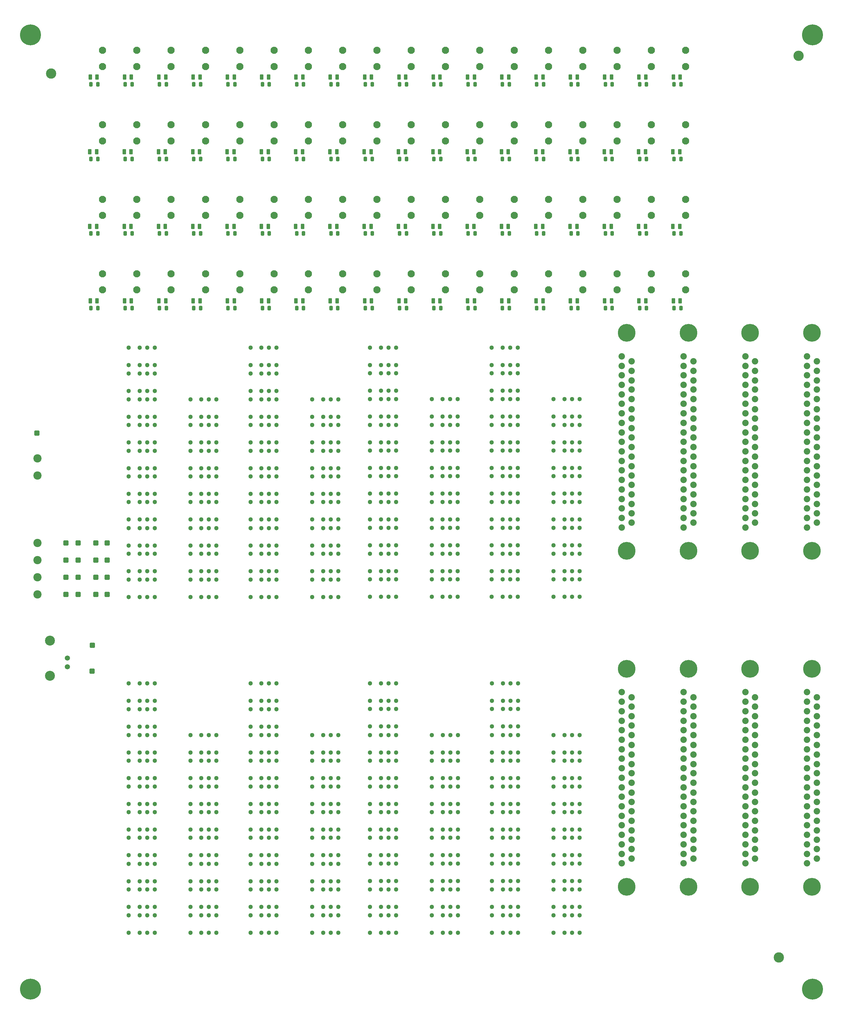
<source format=gts>
G04*
G04 #@! TF.GenerationSoftware,Altium Limited,Altium Designer,22.10.1 (41)*
G04*
G04 Layer_Color=8388736*
%FSTAX44Y44*%
%MOMM*%
G71*
G04*
G04 #@! TF.SameCoordinates,24A3EEB5-F367-497A-A3BB-2F848839041C*
G04*
G04*
G04 #@! TF.FilePolarity,Negative*
G04*
G01*
G75*
%ADD16C,3.0000*%
G04:AMPARAMS|DCode=17|XSize=1.35mm|YSize=1mm|CornerRadius=0.1625mm|HoleSize=0mm|Usage=FLASHONLY|Rotation=90.000|XOffset=0mm|YOffset=0mm|HoleType=Round|Shape=RoundedRectangle|*
%AMROUNDEDRECTD17*
21,1,1.3500,0.6750,0,0,90.0*
21,1,1.0250,1.0000,0,0,90.0*
1,1,0.3250,0.3375,0.5125*
1,1,0.3250,0.3375,-0.5125*
1,1,0.3250,-0.3375,-0.5125*
1,1,0.3250,-0.3375,0.5125*
%
%ADD17ROUNDEDRECTD17*%
G04:AMPARAMS|DCode=18|XSize=1.6mm|YSize=1.1mm|CornerRadius=0.175mm|HoleSize=0mm|Usage=FLASHONLY|Rotation=270.000|XOffset=0mm|YOffset=0mm|HoleType=Round|Shape=RoundedRectangle|*
%AMROUNDEDRECTD18*
21,1,1.6000,0.7500,0,0,270.0*
21,1,1.2500,1.1000,0,0,270.0*
1,1,0.3500,-0.3750,-0.6250*
1,1,0.3500,-0.3750,0.6250*
1,1,0.3500,0.3750,0.6250*
1,1,0.3500,0.3750,-0.6250*
%
%ADD18ROUNDEDRECTD18*%
%ADD19C,1.8780*%
%ADD20C,5.1800*%
%ADD21C,6.1000*%
%ADD22C,2.1000*%
%ADD23C,1.5000*%
%ADD24C,2.9000*%
G04:AMPARAMS|DCode=25|XSize=1.6mm|YSize=1.6mm|CornerRadius=0.425mm|HoleSize=0mm|Usage=FLASHONLY|Rotation=0.000|XOffset=0mm|YOffset=0mm|HoleType=Round|Shape=RoundedRectangle|*
%AMROUNDEDRECTD25*
21,1,1.6000,0.7500,0,0,0.0*
21,1,0.7500,1.6000,0,0,0.0*
1,1,0.8500,0.3750,-0.3750*
1,1,0.8500,-0.3750,-0.3750*
1,1,0.8500,-0.3750,0.3750*
1,1,0.8500,0.3750,0.3750*
%
%ADD25ROUNDEDRECTD25*%
%ADD26C,1.3000*%
G04:AMPARAMS|DCode=27|XSize=1.6mm|YSize=1.6mm|CornerRadius=0.425mm|HoleSize=0mm|Usage=FLASHONLY|Rotation=270.000|XOffset=0mm|YOffset=0mm|HoleType=Round|Shape=RoundedRectangle|*
%AMROUNDEDRECTD27*
21,1,1.6000,0.7500,0,0,270.0*
21,1,0.7500,1.6000,0,0,270.0*
1,1,0.8500,-0.3750,-0.3750*
1,1,0.8500,-0.3750,0.3750*
1,1,0.8500,0.3750,0.3750*
1,1,0.8500,0.3750,-0.3750*
%
%ADD27ROUNDEDRECTD27*%
%ADD28C,2.4000*%
D16*
X02242Y00152D02*
D03*
X02299Y02779D02*
D03*
X0012Y02727D02*
D03*
D17*
X01756Y02261D02*
D03*
X01736D02*
D03*
X01856D02*
D03*
X01836D02*
D03*
X01956D02*
D03*
X01936D02*
D03*
X01556D02*
D03*
X01536D02*
D03*
X01256D02*
D03*
X01236D02*
D03*
X01356D02*
D03*
X01336D02*
D03*
X01456D02*
D03*
X01436D02*
D03*
X01656D02*
D03*
X01636D02*
D03*
X01156D02*
D03*
X01136D02*
D03*
X00556D02*
D03*
X00536D02*
D03*
X00456D02*
D03*
X00436D02*
D03*
X01056D02*
D03*
X01036D02*
D03*
X00656D02*
D03*
X00636D02*
D03*
X00356D02*
D03*
X00336D02*
D03*
X00856D02*
D03*
X00836D02*
D03*
X00756D02*
D03*
X00736D02*
D03*
X00236Y02696D02*
D03*
X00256D02*
D03*
X00236Y02478D02*
D03*
X00256D02*
D03*
X00236Y02261D02*
D03*
X00256D02*
D03*
X00736Y02044D02*
D03*
X00756D02*
D03*
X00236D02*
D03*
X00256D02*
D03*
X00336Y02696D02*
D03*
X00356D02*
D03*
X00336Y02478D02*
D03*
X00356D02*
D03*
X00836Y02044D02*
D03*
X00856D02*
D03*
X00336D02*
D03*
X00356D02*
D03*
X00436Y02696D02*
D03*
X00456D02*
D03*
X00436Y02478D02*
D03*
X00456D02*
D03*
X00936Y02044D02*
D03*
X00956D02*
D03*
X00436D02*
D03*
X00456D02*
D03*
X00536Y02696D02*
D03*
X00556D02*
D03*
X00536Y02478D02*
D03*
X00556D02*
D03*
X01036Y02044D02*
D03*
X01056D02*
D03*
X00536D02*
D03*
X00556D02*
D03*
X00636Y02696D02*
D03*
X00656D02*
D03*
X00636Y02478D02*
D03*
X00656D02*
D03*
X01136Y02044D02*
D03*
X01156D02*
D03*
X00636D02*
D03*
X00656D02*
D03*
X00736Y02696D02*
D03*
X00756D02*
D03*
X00736Y02478D02*
D03*
X00756D02*
D03*
X00836Y02696D02*
D03*
X00856D02*
D03*
X00836Y02478D02*
D03*
X00856D02*
D03*
X00936Y02696D02*
D03*
X00956D02*
D03*
X00936Y02478D02*
D03*
X00956D02*
D03*
X00936Y02261D02*
D03*
X00956D02*
D03*
X01036Y02696D02*
D03*
X01056D02*
D03*
X01036Y02478D02*
D03*
X01056D02*
D03*
X01136Y02696D02*
D03*
X01156D02*
D03*
X01136Y02478D02*
D03*
X01156D02*
D03*
X01236Y02696D02*
D03*
X01256D02*
D03*
X01236Y02478D02*
D03*
X01256D02*
D03*
X01336Y02696D02*
D03*
X01356D02*
D03*
X01336Y02478D02*
D03*
X01356D02*
D03*
X01436Y02696D02*
D03*
X01456D02*
D03*
X01436Y02478D02*
D03*
X01456D02*
D03*
X01536Y02696D02*
D03*
X01556D02*
D03*
X01536Y02478D02*
D03*
X01556D02*
D03*
X01636Y02696D02*
D03*
X01656D02*
D03*
X01636Y02478D02*
D03*
X01656D02*
D03*
X01736Y02696D02*
D03*
X01756D02*
D03*
X01736Y02478D02*
D03*
X01756D02*
D03*
X01736Y02044D02*
D03*
X01756D02*
D03*
X01236D02*
D03*
X01256D02*
D03*
X01836Y02696D02*
D03*
X01856D02*
D03*
X01836Y02478D02*
D03*
X01856D02*
D03*
X01836Y02044D02*
D03*
X01856D02*
D03*
X01336D02*
D03*
X01356D02*
D03*
X01936Y02696D02*
D03*
X01956D02*
D03*
X01936Y02478D02*
D03*
X01956D02*
D03*
X01936Y02044D02*
D03*
X01956D02*
D03*
X01436D02*
D03*
X01456D02*
D03*
X01536D02*
D03*
X01556D02*
D03*
X01636D02*
D03*
X01656D02*
D03*
D18*
X01553Y02282D02*
D03*
X01533D02*
D03*
X01253D02*
D03*
X01233D02*
D03*
X01353D02*
D03*
X01333D02*
D03*
X01653D02*
D03*
X01633D02*
D03*
X00234Y02717D02*
D03*
X00254D02*
D03*
X00233Y02499D02*
D03*
X00253D02*
D03*
X00233Y02282D02*
D03*
X00253D02*
D03*
X00734Y02065D02*
D03*
X00754D02*
D03*
X00234D02*
D03*
X00254D02*
D03*
X00334Y02717D02*
D03*
X00354D02*
D03*
X00333Y02499D02*
D03*
X00353D02*
D03*
X00333Y02282D02*
D03*
X00353D02*
D03*
X00834Y02065D02*
D03*
X00854D02*
D03*
X00334D02*
D03*
X00354D02*
D03*
X00434Y02717D02*
D03*
X00454D02*
D03*
X00433Y02499D02*
D03*
X00453D02*
D03*
X00433Y02282D02*
D03*
X00453D02*
D03*
X00934Y02065D02*
D03*
X00954D02*
D03*
X00434D02*
D03*
X00454D02*
D03*
X00534Y02717D02*
D03*
X00554D02*
D03*
X00533Y02499D02*
D03*
X00553D02*
D03*
X00533Y02282D02*
D03*
X00553D02*
D03*
X01034Y02065D02*
D03*
X01054D02*
D03*
X00534D02*
D03*
X00554D02*
D03*
X00634Y02717D02*
D03*
X00654D02*
D03*
X00633Y02499D02*
D03*
X00653D02*
D03*
X00633Y02282D02*
D03*
X00653D02*
D03*
X01134Y02065D02*
D03*
X01154D02*
D03*
X00634D02*
D03*
X00654D02*
D03*
X00734Y02717D02*
D03*
X00754D02*
D03*
X00733Y02499D02*
D03*
X00753D02*
D03*
X00733Y02282D02*
D03*
X00753D02*
D03*
X00834Y02717D02*
D03*
X00854D02*
D03*
X00833Y02499D02*
D03*
X00853D02*
D03*
X00833Y02282D02*
D03*
X00853D02*
D03*
X00934Y02717D02*
D03*
X00954D02*
D03*
X00933Y02499D02*
D03*
X00953D02*
D03*
X00933Y02282D02*
D03*
X00953D02*
D03*
X01034Y02717D02*
D03*
X01054D02*
D03*
X01033Y02499D02*
D03*
X01053D02*
D03*
X01033Y02282D02*
D03*
X01053D02*
D03*
X01134Y02717D02*
D03*
X01154D02*
D03*
X01133Y02499D02*
D03*
X01153D02*
D03*
X01133Y02282D02*
D03*
X01153D02*
D03*
X01234Y02717D02*
D03*
X01254D02*
D03*
X01233Y02499D02*
D03*
X01253D02*
D03*
X01334Y02717D02*
D03*
X01354D02*
D03*
X01333Y02499D02*
D03*
X01353D02*
D03*
X01434Y02717D02*
D03*
X01454D02*
D03*
X01433Y02499D02*
D03*
X01453D02*
D03*
X01433Y02282D02*
D03*
X01453D02*
D03*
X01534Y02717D02*
D03*
X01554D02*
D03*
X01533Y02499D02*
D03*
X01553D02*
D03*
X01634Y02717D02*
D03*
X01654D02*
D03*
X01633Y02499D02*
D03*
X01653D02*
D03*
X01734Y02717D02*
D03*
X01754D02*
D03*
X01733Y02499D02*
D03*
X01753D02*
D03*
X01733Y02282D02*
D03*
X01753D02*
D03*
X01734Y02065D02*
D03*
X01754D02*
D03*
X01234D02*
D03*
X01254D02*
D03*
X01834Y02717D02*
D03*
X01854D02*
D03*
X01833Y02499D02*
D03*
X01853D02*
D03*
X01833Y02282D02*
D03*
X01853D02*
D03*
X01834Y02065D02*
D03*
X01854D02*
D03*
X01334D02*
D03*
X01354D02*
D03*
X01934Y02717D02*
D03*
X01954D02*
D03*
X01933Y02499D02*
D03*
X01953D02*
D03*
X01933Y02282D02*
D03*
X01953D02*
D03*
X01934Y02065D02*
D03*
X01954D02*
D03*
X01434D02*
D03*
X01454D02*
D03*
X01534D02*
D03*
X01554D02*
D03*
X01634D02*
D03*
X01654D02*
D03*
D19*
X018124Y018334D02*
D03*
Y018611D02*
D03*
Y018888D02*
D03*
Y0180645D02*
D03*
Y0177875D02*
D03*
Y016395D02*
D03*
Y016672D02*
D03*
Y0174955D02*
D03*
Y0172185D02*
D03*
Y0169415D02*
D03*
Y015287D02*
D03*
Y015564D02*
D03*
Y0161105D02*
D03*
Y0158335D02*
D03*
Y014733D02*
D03*
Y01501D02*
D03*
Y0144635D02*
D03*
Y0141865D02*
D03*
X01784Y014048D02*
D03*
Y019034D02*
D03*
Y014325D02*
D03*
Y014602D02*
D03*
Y015156D02*
D03*
Y014879D02*
D03*
Y01571D02*
D03*
Y015987D02*
D03*
Y015433D02*
D03*
Y016264D02*
D03*
Y016541D02*
D03*
Y018757D02*
D03*
Y01848D02*
D03*
Y017649D02*
D03*
Y018203D02*
D03*
Y017926D02*
D03*
Y017095D02*
D03*
Y017372D02*
D03*
Y016818D02*
D03*
X023524Y018334D02*
D03*
Y018611D02*
D03*
Y018888D02*
D03*
Y0180645D02*
D03*
Y0177875D02*
D03*
Y016395D02*
D03*
Y016672D02*
D03*
Y0174955D02*
D03*
Y0172185D02*
D03*
Y0169415D02*
D03*
Y015287D02*
D03*
Y015564D02*
D03*
Y0161105D02*
D03*
Y0158335D02*
D03*
Y014733D02*
D03*
Y01501D02*
D03*
Y0144635D02*
D03*
Y0141865D02*
D03*
X02324Y014048D02*
D03*
Y019034D02*
D03*
Y014325D02*
D03*
Y014602D02*
D03*
Y015156D02*
D03*
Y014879D02*
D03*
Y01571D02*
D03*
Y015987D02*
D03*
Y015433D02*
D03*
Y016264D02*
D03*
Y016541D02*
D03*
Y018757D02*
D03*
Y01848D02*
D03*
Y017649D02*
D03*
Y018203D02*
D03*
Y017926D02*
D03*
Y017095D02*
D03*
Y017372D02*
D03*
Y016818D02*
D03*
X021724Y0085505D02*
D03*
Y0088275D02*
D03*
Y0091045D02*
D03*
Y008281D02*
D03*
Y008004D02*
D03*
Y0066115D02*
D03*
Y0068885D02*
D03*
Y007712D02*
D03*
Y007435D02*
D03*
Y007158D02*
D03*
Y0055035D02*
D03*
Y0057805D02*
D03*
Y006327D02*
D03*
Y00605D02*
D03*
Y0049495D02*
D03*
Y0052265D02*
D03*
Y00468D02*
D03*
Y004403D02*
D03*
X02144Y0042645D02*
D03*
Y0092505D02*
D03*
Y0045415D02*
D03*
Y0048185D02*
D03*
Y0053725D02*
D03*
Y0050955D02*
D03*
Y0059265D02*
D03*
Y0062035D02*
D03*
Y0056495D02*
D03*
Y0064805D02*
D03*
Y0067575D02*
D03*
Y0089735D02*
D03*
Y0086965D02*
D03*
Y0078655D02*
D03*
Y0084195D02*
D03*
Y0081425D02*
D03*
Y0073115D02*
D03*
Y0075885D02*
D03*
Y0070345D02*
D03*
X023524Y0085505D02*
D03*
Y0088275D02*
D03*
Y0091045D02*
D03*
Y008281D02*
D03*
Y008004D02*
D03*
Y0066115D02*
D03*
Y0068885D02*
D03*
Y007712D02*
D03*
Y007435D02*
D03*
Y007158D02*
D03*
Y0055035D02*
D03*
Y0057805D02*
D03*
Y006327D02*
D03*
Y00605D02*
D03*
Y0049495D02*
D03*
Y0052265D02*
D03*
Y00468D02*
D03*
Y004403D02*
D03*
X02324Y0042645D02*
D03*
Y0092505D02*
D03*
Y0045415D02*
D03*
Y0048185D02*
D03*
Y0053725D02*
D03*
Y0050955D02*
D03*
Y0059265D02*
D03*
Y0062035D02*
D03*
Y0056495D02*
D03*
Y0064805D02*
D03*
Y0067575D02*
D03*
Y0089735D02*
D03*
Y0086965D02*
D03*
Y0078655D02*
D03*
Y0084195D02*
D03*
Y0081425D02*
D03*
Y0073115D02*
D03*
Y0075885D02*
D03*
Y0070345D02*
D03*
X02144Y016818D02*
D03*
Y017372D02*
D03*
Y017095D02*
D03*
Y017926D02*
D03*
Y018203D02*
D03*
Y017649D02*
D03*
Y01848D02*
D03*
Y018757D02*
D03*
Y016541D02*
D03*
Y016264D02*
D03*
Y015433D02*
D03*
Y015987D02*
D03*
Y01571D02*
D03*
Y014879D02*
D03*
Y015156D02*
D03*
Y014602D02*
D03*
Y014325D02*
D03*
Y019034D02*
D03*
Y014048D02*
D03*
X021724Y0141865D02*
D03*
Y0144635D02*
D03*
Y01501D02*
D03*
Y014733D02*
D03*
Y0158335D02*
D03*
Y0161105D02*
D03*
Y015564D02*
D03*
Y015287D02*
D03*
Y0169415D02*
D03*
Y0172185D02*
D03*
Y0174955D02*
D03*
Y016672D02*
D03*
Y016395D02*
D03*
Y0177875D02*
D03*
Y0180645D02*
D03*
Y018888D02*
D03*
Y018611D02*
D03*
Y018334D02*
D03*
X01964Y016818D02*
D03*
Y017372D02*
D03*
Y017095D02*
D03*
Y017926D02*
D03*
Y018203D02*
D03*
Y017649D02*
D03*
Y01848D02*
D03*
Y018757D02*
D03*
Y016541D02*
D03*
Y016264D02*
D03*
Y015433D02*
D03*
Y015987D02*
D03*
Y01571D02*
D03*
Y014879D02*
D03*
Y015156D02*
D03*
Y014602D02*
D03*
Y014325D02*
D03*
Y019034D02*
D03*
Y014048D02*
D03*
X019924Y0141865D02*
D03*
Y0144635D02*
D03*
Y01501D02*
D03*
Y014733D02*
D03*
Y0158335D02*
D03*
Y0161105D02*
D03*
Y015564D02*
D03*
Y015287D02*
D03*
Y0169415D02*
D03*
Y0172185D02*
D03*
Y0174955D02*
D03*
Y016672D02*
D03*
Y016395D02*
D03*
Y0177875D02*
D03*
Y0180645D02*
D03*
Y018888D02*
D03*
Y018611D02*
D03*
Y018334D02*
D03*
X018124Y0085505D02*
D03*
Y0088275D02*
D03*
Y0091045D02*
D03*
Y008281D02*
D03*
Y008004D02*
D03*
Y0066115D02*
D03*
Y0068885D02*
D03*
Y007712D02*
D03*
Y007435D02*
D03*
Y007158D02*
D03*
Y0055035D02*
D03*
Y0057805D02*
D03*
Y006327D02*
D03*
Y00605D02*
D03*
Y0049495D02*
D03*
Y0052265D02*
D03*
Y00468D02*
D03*
Y004403D02*
D03*
X01784Y0042645D02*
D03*
Y0092505D02*
D03*
Y0045415D02*
D03*
Y0048185D02*
D03*
Y0053725D02*
D03*
Y0050955D02*
D03*
Y0059265D02*
D03*
Y0062035D02*
D03*
Y0056495D02*
D03*
Y0064805D02*
D03*
Y0067575D02*
D03*
Y0089735D02*
D03*
Y0086965D02*
D03*
Y0078655D02*
D03*
Y0084195D02*
D03*
Y0081425D02*
D03*
Y0073115D02*
D03*
Y0075885D02*
D03*
Y0070345D02*
D03*
X019924Y0085505D02*
D03*
Y0088275D02*
D03*
Y0091045D02*
D03*
Y008281D02*
D03*
Y008004D02*
D03*
Y0066115D02*
D03*
Y0068885D02*
D03*
Y007712D02*
D03*
Y007435D02*
D03*
Y007158D02*
D03*
Y0055035D02*
D03*
Y0057805D02*
D03*
Y006327D02*
D03*
Y00605D02*
D03*
Y0049495D02*
D03*
Y0052265D02*
D03*
Y00468D02*
D03*
Y004403D02*
D03*
X01964Y0042645D02*
D03*
Y0092505D02*
D03*
Y0045415D02*
D03*
Y0048185D02*
D03*
Y0053725D02*
D03*
Y0050955D02*
D03*
Y0059265D02*
D03*
Y0062035D02*
D03*
Y0056495D02*
D03*
Y0064805D02*
D03*
Y0067575D02*
D03*
Y0089735D02*
D03*
Y0086965D02*
D03*
Y0078655D02*
D03*
Y0084195D02*
D03*
Y0081425D02*
D03*
Y0073115D02*
D03*
Y0075885D02*
D03*
Y0070345D02*
D03*
D20*
X017982Y019716D02*
D03*
Y013366D02*
D03*
X023382Y019716D02*
D03*
Y013366D02*
D03*
X021582Y0099325D02*
D03*
Y0035825D02*
D03*
X023382Y0099325D02*
D03*
Y0035825D02*
D03*
X021582Y013366D02*
D03*
Y019716D02*
D03*
X019782Y013366D02*
D03*
Y019716D02*
D03*
X017982Y0099325D02*
D03*
Y0035825D02*
D03*
X019782Y0099325D02*
D03*
Y0035825D02*
D03*
D21*
X02340001Y02839753D02*
D03*
X00059999D02*
D03*
X0234Y0006D02*
D03*
X0006D02*
D03*
D22*
X0027Y0279475D02*
D03*
Y0274775D02*
D03*
X0157D02*
D03*
Y0279475D02*
D03*
X0117Y0274775D02*
D03*
Y0279475D02*
D03*
X0077Y0274775D02*
D03*
Y0279475D02*
D03*
X0037D02*
D03*
Y0274775D02*
D03*
X0167D02*
D03*
Y0279475D02*
D03*
X0127Y0274775D02*
D03*
Y0279475D02*
D03*
X0087Y0274775D02*
D03*
Y0279475D02*
D03*
X0047D02*
D03*
Y0274775D02*
D03*
X0177D02*
D03*
Y0279475D02*
D03*
X0137Y0274775D02*
D03*
Y0279475D02*
D03*
X0097D02*
D03*
Y0274775D02*
D03*
X0057Y0279475D02*
D03*
Y0274775D02*
D03*
X0187Y0279475D02*
D03*
Y0274775D02*
D03*
X0147D02*
D03*
Y0279475D02*
D03*
X0107D02*
D03*
Y0274775D02*
D03*
X0067D02*
D03*
Y0279475D02*
D03*
X0197D02*
D03*
Y0274775D02*
D03*
X0027Y0257775D02*
D03*
Y0253075D02*
D03*
X0157D02*
D03*
Y0257775D02*
D03*
X0117Y0253075D02*
D03*
Y0257775D02*
D03*
X0077Y0253075D02*
D03*
Y0257775D02*
D03*
X0037D02*
D03*
Y0253075D02*
D03*
X0167D02*
D03*
Y0257775D02*
D03*
X0127Y0253075D02*
D03*
Y0257775D02*
D03*
X0087Y0253075D02*
D03*
Y0257775D02*
D03*
X0047D02*
D03*
Y0253075D02*
D03*
X0177D02*
D03*
Y0257775D02*
D03*
X0137Y0253075D02*
D03*
Y0257775D02*
D03*
X0097D02*
D03*
Y0253075D02*
D03*
X0057Y0257775D02*
D03*
Y0253075D02*
D03*
X0187Y0257775D02*
D03*
Y0253075D02*
D03*
X0147D02*
D03*
Y0257775D02*
D03*
X0107D02*
D03*
Y0253075D02*
D03*
X0067D02*
D03*
Y0257775D02*
D03*
X0197D02*
D03*
Y0253075D02*
D03*
X0027Y0236075D02*
D03*
Y0231375D02*
D03*
X0157D02*
D03*
Y0236075D02*
D03*
X0117Y0231375D02*
D03*
Y0236075D02*
D03*
X0077Y0231375D02*
D03*
Y0236075D02*
D03*
X0037D02*
D03*
Y0231375D02*
D03*
X0167D02*
D03*
Y0236075D02*
D03*
X0127Y0231375D02*
D03*
Y0236075D02*
D03*
X0087Y0231375D02*
D03*
Y0236075D02*
D03*
X0047D02*
D03*
Y0231375D02*
D03*
X0177D02*
D03*
Y0236075D02*
D03*
X0137Y0231375D02*
D03*
Y0236075D02*
D03*
X0097D02*
D03*
Y0231375D02*
D03*
X0057Y0236075D02*
D03*
Y0231375D02*
D03*
X0187Y0236075D02*
D03*
Y0231375D02*
D03*
X0147D02*
D03*
Y0236075D02*
D03*
X0107D02*
D03*
Y0231375D02*
D03*
X0067D02*
D03*
Y0236075D02*
D03*
X0197D02*
D03*
Y0231375D02*
D03*
X0047Y0209675D02*
D03*
Y0214375D02*
D03*
X0187Y0209675D02*
D03*
Y0214375D02*
D03*
X0167Y0209675D02*
D03*
Y0214375D02*
D03*
X0087Y0209675D02*
D03*
Y0214375D02*
D03*
X0067Y0209675D02*
D03*
Y0214375D02*
D03*
X0197Y0209675D02*
D03*
Y0214375D02*
D03*
X0027Y0209675D02*
D03*
Y0214375D02*
D03*
X0177Y0209675D02*
D03*
Y0214375D02*
D03*
X0107D02*
D03*
Y0209675D02*
D03*
X0097Y0214375D02*
D03*
Y0209675D02*
D03*
X0077Y0214375D02*
D03*
Y0209675D02*
D03*
X0157Y0214375D02*
D03*
Y0209675D02*
D03*
X0147Y0214375D02*
D03*
Y0209675D02*
D03*
X0057Y0214375D02*
D03*
Y0209675D02*
D03*
X0137Y0214375D02*
D03*
Y0209675D02*
D03*
X0127Y0214375D02*
D03*
Y0209675D02*
D03*
X0037Y0214375D02*
D03*
Y0209675D02*
D03*
X0117Y0214375D02*
D03*
Y0209675D02*
D03*
D23*
X0016745Y0102405D02*
D03*
Y0099865D02*
D03*
D24*
X0011635Y0107485D02*
D03*
X0011625Y0097275D02*
D03*
D25*
X00239118Y0098675D02*
D03*
X00240243Y0106135D02*
D03*
X00283396Y0131D02*
D03*
X00250024Y0121D02*
D03*
X00198396D02*
D03*
X00163396Y0131D02*
D03*
Y0126D02*
D03*
Y0121D02*
D03*
X00198396Y0126D02*
D03*
X00250024D02*
D03*
X00283396Y0121D02*
D03*
Y0126D02*
D03*
D26*
X01049502Y01203D02*
D03*
Y012538D02*
D03*
X01081502D02*
D03*
Y01203D02*
D03*
X01103502Y012538D02*
D03*
Y01203D02*
D03*
X01125502Y012538D02*
D03*
Y01203D02*
D03*
X01049502Y01278D02*
D03*
Y013288D02*
D03*
X01081502D02*
D03*
Y01278D02*
D03*
X01103502Y013288D02*
D03*
Y01278D02*
D03*
X01125502Y013288D02*
D03*
Y01278D02*
D03*
X01049502Y01353D02*
D03*
Y014038D02*
D03*
X01081502D02*
D03*
Y01353D02*
D03*
X01103502Y014038D02*
D03*
Y01353D02*
D03*
X01125502Y014038D02*
D03*
Y01353D02*
D03*
X01049502Y014284D02*
D03*
Y014792D02*
D03*
X01081502D02*
D03*
Y014284D02*
D03*
X01103502Y014792D02*
D03*
Y014284D02*
D03*
X01125502Y014792D02*
D03*
Y014284D02*
D03*
X01049502Y015034D02*
D03*
Y015542D02*
D03*
X01081502D02*
D03*
Y015034D02*
D03*
X01103502Y015542D02*
D03*
Y015034D02*
D03*
X01125502Y015542D02*
D03*
Y015034D02*
D03*
X01049502Y01578D02*
D03*
Y016288D02*
D03*
X01081502D02*
D03*
Y01578D02*
D03*
X01103502Y016288D02*
D03*
Y01578D02*
D03*
X01125502Y016288D02*
D03*
Y01578D02*
D03*
X01049502Y01653D02*
D03*
Y017038D02*
D03*
X01081502D02*
D03*
Y01653D02*
D03*
X01103502Y017038D02*
D03*
Y01653D02*
D03*
X01125502Y017038D02*
D03*
Y01653D02*
D03*
X01049502Y01728D02*
D03*
Y017788D02*
D03*
X01081502D02*
D03*
Y01728D02*
D03*
X01103502Y017788D02*
D03*
Y01728D02*
D03*
X01125502Y017788D02*
D03*
Y01728D02*
D03*
X01049502Y018034D02*
D03*
Y018542D02*
D03*
X01081502D02*
D03*
Y018034D02*
D03*
X01103502Y018542D02*
D03*
Y018034D02*
D03*
X01125502Y018542D02*
D03*
Y018034D02*
D03*
X01049502Y01878D02*
D03*
Y019288D02*
D03*
X01081502D02*
D03*
Y01878D02*
D03*
X01103502Y019288D02*
D03*
Y01878D02*
D03*
X01125502Y019288D02*
D03*
Y01878D02*
D03*
X00422Y012025D02*
D03*
Y012533D02*
D03*
X004Y012025D02*
D03*
Y012533D02*
D03*
X00378Y012025D02*
D03*
Y012533D02*
D03*
X00346001D02*
D03*
Y012025D02*
D03*
X00422Y012775D02*
D03*
Y013283D02*
D03*
X004Y012775D02*
D03*
Y013283D02*
D03*
X00378Y012775D02*
D03*
Y013283D02*
D03*
X00346001D02*
D03*
Y012775D02*
D03*
X00422Y013525D02*
D03*
Y014033D02*
D03*
X004Y013525D02*
D03*
Y014033D02*
D03*
X00378Y013525D02*
D03*
Y014033D02*
D03*
X00346001D02*
D03*
Y013525D02*
D03*
X00422Y014279D02*
D03*
Y014787D02*
D03*
X004Y014279D02*
D03*
Y014787D02*
D03*
X00378Y014279D02*
D03*
Y014787D02*
D03*
X00346001D02*
D03*
Y014279D02*
D03*
X00422Y015029D02*
D03*
Y015537D02*
D03*
X004Y015029D02*
D03*
Y015537D02*
D03*
X00378Y015029D02*
D03*
Y015537D02*
D03*
X00346001D02*
D03*
Y015029D02*
D03*
X00422Y015775D02*
D03*
Y016283D02*
D03*
X004Y015775D02*
D03*
Y016283D02*
D03*
X00378Y015775D02*
D03*
Y016283D02*
D03*
X00346001D02*
D03*
Y015775D02*
D03*
X00422Y016525D02*
D03*
Y017033D02*
D03*
X004Y016525D02*
D03*
Y017033D02*
D03*
X00378Y016525D02*
D03*
Y017033D02*
D03*
X00346001D02*
D03*
Y016525D02*
D03*
X00422Y018775D02*
D03*
Y019283D02*
D03*
X004Y018775D02*
D03*
Y019283D02*
D03*
X00378Y018775D02*
D03*
Y019283D02*
D03*
X00346001D02*
D03*
Y018775D02*
D03*
Y018029D02*
D03*
Y018537D02*
D03*
X00378D02*
D03*
Y018029D02*
D03*
X004Y018537D02*
D03*
Y018029D02*
D03*
X00422Y018537D02*
D03*
Y018029D02*
D03*
Y017275D02*
D03*
Y017783D02*
D03*
X004Y017275D02*
D03*
Y017783D02*
D03*
X00378Y017275D02*
D03*
Y017783D02*
D03*
X00346001D02*
D03*
Y017275D02*
D03*
X0112585Y0022465D02*
D03*
Y0027545D02*
D03*
X0110385Y0022465D02*
D03*
Y0027545D02*
D03*
X0108185Y0022465D02*
D03*
Y0027545D02*
D03*
X0104985D02*
D03*
Y0022465D02*
D03*
X0112585Y0029965D02*
D03*
Y0035045D02*
D03*
X0110385Y0029965D02*
D03*
Y0035045D02*
D03*
X0108185Y0029965D02*
D03*
Y0035045D02*
D03*
X0104985D02*
D03*
Y0029965D02*
D03*
X0112585Y0037465D02*
D03*
Y0042545D02*
D03*
X0110385Y0037465D02*
D03*
Y0042545D02*
D03*
X0108185Y0037465D02*
D03*
Y0042545D02*
D03*
X0104985D02*
D03*
Y0037465D02*
D03*
X0112585Y0045005D02*
D03*
Y0050085D02*
D03*
X0110385Y0045005D02*
D03*
Y0050085D02*
D03*
X0108185Y0045005D02*
D03*
Y0050085D02*
D03*
X0104985D02*
D03*
Y0045005D02*
D03*
X0112585Y0052505D02*
D03*
Y0057585D02*
D03*
X0110385Y0052505D02*
D03*
Y0057585D02*
D03*
X0108185Y0052505D02*
D03*
Y0057585D02*
D03*
X0104985D02*
D03*
Y0052505D02*
D03*
X0112585Y0059965D02*
D03*
Y0065045D02*
D03*
X0110385Y0059965D02*
D03*
Y0065045D02*
D03*
X0108185Y0059965D02*
D03*
Y0065045D02*
D03*
X0104985D02*
D03*
Y0059965D02*
D03*
X0112585Y0067465D02*
D03*
Y0072545D02*
D03*
X0110385Y0067465D02*
D03*
Y0072545D02*
D03*
X0108185Y0067465D02*
D03*
Y0072545D02*
D03*
X0104985D02*
D03*
Y0067465D02*
D03*
X0112585Y0074965D02*
D03*
Y0080045D02*
D03*
X0110385Y0074965D02*
D03*
Y0080045D02*
D03*
X0108185Y0074965D02*
D03*
Y0080045D02*
D03*
X0104985D02*
D03*
Y0074965D02*
D03*
X0112585Y0082505D02*
D03*
Y0087585D02*
D03*
X0110385Y0082505D02*
D03*
Y0087585D02*
D03*
X0108185Y0082505D02*
D03*
Y0087585D02*
D03*
X0104985D02*
D03*
Y0082505D02*
D03*
X0112585Y0089965D02*
D03*
Y0095045D02*
D03*
X0110385Y0089965D02*
D03*
Y0095045D02*
D03*
X0108185Y0089965D02*
D03*
Y0095045D02*
D03*
X0104985D02*
D03*
Y0089965D02*
D03*
X00346Y008996D02*
D03*
Y009504D02*
D03*
X00378D02*
D03*
Y008996D02*
D03*
X004Y009504D02*
D03*
Y008996D02*
D03*
X00422Y009504D02*
D03*
Y008996D02*
D03*
X00346Y00825D02*
D03*
Y008758D02*
D03*
X00378D02*
D03*
Y00825D02*
D03*
X004Y008758D02*
D03*
Y00825D02*
D03*
X00422Y008758D02*
D03*
Y00825D02*
D03*
X00346Y007496D02*
D03*
Y008004D02*
D03*
X00378D02*
D03*
Y007496D02*
D03*
X004Y008004D02*
D03*
Y007496D02*
D03*
X00422Y008004D02*
D03*
Y007496D02*
D03*
X00346Y006746D02*
D03*
Y007254D02*
D03*
X00378D02*
D03*
Y006746D02*
D03*
X004Y007254D02*
D03*
Y006746D02*
D03*
X00422Y007254D02*
D03*
Y006746D02*
D03*
X00346Y005996D02*
D03*
Y006504D02*
D03*
X00378D02*
D03*
Y005996D02*
D03*
X004Y006504D02*
D03*
Y005996D02*
D03*
X00422Y006504D02*
D03*
Y005996D02*
D03*
X00346Y00525D02*
D03*
Y005758D02*
D03*
X00378D02*
D03*
Y00525D02*
D03*
X004Y005758D02*
D03*
Y00525D02*
D03*
X00422Y005758D02*
D03*
Y00525D02*
D03*
X00346Y0045D02*
D03*
Y005008D02*
D03*
X00378D02*
D03*
Y0045D02*
D03*
X004Y005008D02*
D03*
Y0045D02*
D03*
X00422Y005008D02*
D03*
Y0045D02*
D03*
X00346Y003746D02*
D03*
Y004254D02*
D03*
X00378D02*
D03*
Y003746D02*
D03*
X004Y004254D02*
D03*
Y003746D02*
D03*
X00422Y004254D02*
D03*
Y003746D02*
D03*
X00346Y002996D02*
D03*
Y003504D02*
D03*
X00378D02*
D03*
Y002996D02*
D03*
X004Y003504D02*
D03*
Y002996D02*
D03*
X00422Y003504D02*
D03*
Y002996D02*
D03*
X00346Y002246D02*
D03*
Y002754D02*
D03*
X00378D02*
D03*
Y002246D02*
D03*
X004Y002754D02*
D03*
Y002246D02*
D03*
X00422Y002754D02*
D03*
Y002246D02*
D03*
X01404751Y01878D02*
D03*
Y019288D02*
D03*
X01436752D02*
D03*
Y01878D02*
D03*
X01458752Y019288D02*
D03*
Y01878D02*
D03*
X01480752Y019288D02*
D03*
Y01878D02*
D03*
X0095725Y012025D02*
D03*
Y012533D02*
D03*
X0093525Y012025D02*
D03*
Y012533D02*
D03*
X0091325Y012025D02*
D03*
Y012533D02*
D03*
X0088125D02*
D03*
Y012025D02*
D03*
X0095725Y012775D02*
D03*
Y013283D02*
D03*
X0093525Y012775D02*
D03*
Y013283D02*
D03*
X0091325Y012775D02*
D03*
Y013283D02*
D03*
X00881251D02*
D03*
Y012775D02*
D03*
X0095725Y013525D02*
D03*
Y014033D02*
D03*
X0093525Y013525D02*
D03*
Y014033D02*
D03*
X0091325Y013525D02*
D03*
Y014033D02*
D03*
X00881251D02*
D03*
Y013525D02*
D03*
X0095725Y014279D02*
D03*
Y014787D02*
D03*
X0093525Y014279D02*
D03*
Y014787D02*
D03*
X0091325Y014279D02*
D03*
Y014787D02*
D03*
X00881251D02*
D03*
Y014279D02*
D03*
X0095725Y015029D02*
D03*
Y015537D02*
D03*
X0093525Y015029D02*
D03*
Y015537D02*
D03*
X0091325Y015029D02*
D03*
Y015537D02*
D03*
X00881251D02*
D03*
Y015029D02*
D03*
X0095725Y015775D02*
D03*
Y016283D02*
D03*
X0093525Y015775D02*
D03*
Y016283D02*
D03*
X0091325Y015775D02*
D03*
Y016283D02*
D03*
X00881251D02*
D03*
Y015775D02*
D03*
X0095725Y01652501D02*
D03*
Y01703301D02*
D03*
X0093525Y01652501D02*
D03*
Y01703301D02*
D03*
X0091325Y01652501D02*
D03*
Y01703301D02*
D03*
X00881251D02*
D03*
Y01652501D02*
D03*
X0095725Y017275D02*
D03*
Y017783D02*
D03*
X0093525Y017275D02*
D03*
Y017783D02*
D03*
X0091325Y017275D02*
D03*
Y017783D02*
D03*
X00881251D02*
D03*
Y017275D02*
D03*
X0070125Y017275D02*
D03*
Y017783D02*
D03*
X0073325D02*
D03*
Y017275D02*
D03*
X0075525Y017783D02*
D03*
Y017275D02*
D03*
X0077725Y017783D02*
D03*
Y017275D02*
D03*
X0070125Y014279D02*
D03*
Y014787D02*
D03*
X0073325D02*
D03*
Y014279D02*
D03*
X0075525Y014787D02*
D03*
Y014279D02*
D03*
X0077725Y014787D02*
D03*
Y014279D02*
D03*
X0070125Y018775D02*
D03*
Y019283D02*
D03*
X0073325D02*
D03*
Y018775D02*
D03*
X0075525Y019283D02*
D03*
Y018775D02*
D03*
X0077725Y019283D02*
D03*
Y018775D02*
D03*
X0070125Y015775D02*
D03*
Y016283D02*
D03*
X0073325D02*
D03*
Y015775D02*
D03*
X0075525Y016283D02*
D03*
Y015775D02*
D03*
X0077725Y016283D02*
D03*
Y015775D02*
D03*
X0070125Y012775D02*
D03*
Y013283D02*
D03*
X0073325D02*
D03*
Y012775D02*
D03*
X0075525Y013283D02*
D03*
Y012775D02*
D03*
X0077725Y013283D02*
D03*
Y012775D02*
D03*
X0070125Y01652501D02*
D03*
Y01703301D02*
D03*
X0073325D02*
D03*
Y01652501D02*
D03*
X0075525Y01703301D02*
D03*
Y01652501D02*
D03*
X0077725Y01703301D02*
D03*
Y01652501D02*
D03*
X0070125Y013525D02*
D03*
Y014033D02*
D03*
X0073325D02*
D03*
Y013525D02*
D03*
X0075525Y014033D02*
D03*
Y013525D02*
D03*
X0077725Y014033D02*
D03*
Y013525D02*
D03*
X0070125Y018029D02*
D03*
Y018537D02*
D03*
X0073325D02*
D03*
Y018029D02*
D03*
X0075525Y018537D02*
D03*
Y018029D02*
D03*
X0077725Y018537D02*
D03*
Y018029D02*
D03*
X0070125Y015029D02*
D03*
Y015537D02*
D03*
X0073325D02*
D03*
Y015029D02*
D03*
X0075525Y015537D02*
D03*
Y015029D02*
D03*
X0077725Y015537D02*
D03*
Y015029D02*
D03*
X0070125Y01202501D02*
D03*
Y012533D02*
D03*
X0073325D02*
D03*
Y01202501D02*
D03*
X0075525Y012533D02*
D03*
Y01202501D02*
D03*
X0077725Y012533D02*
D03*
Y01202501D02*
D03*
X0052607Y012775D02*
D03*
Y013283D02*
D03*
X0055807D02*
D03*
Y012775D02*
D03*
X0058007Y013283D02*
D03*
Y012775D02*
D03*
X0060207Y013283D02*
D03*
Y012775D02*
D03*
X0052607Y017275D02*
D03*
Y017783D02*
D03*
X0055807D02*
D03*
Y017275D02*
D03*
X0058007Y017783D02*
D03*
Y017275D02*
D03*
X0060207Y017783D02*
D03*
Y017275D02*
D03*
X0052607Y015775D02*
D03*
Y016283D02*
D03*
X0055807D02*
D03*
Y015775D02*
D03*
X0058007Y016283D02*
D03*
Y015775D02*
D03*
X0060207Y016283D02*
D03*
Y015775D02*
D03*
X0052607Y014279D02*
D03*
Y014787D02*
D03*
X0055807D02*
D03*
Y014279D02*
D03*
X0058007Y014787D02*
D03*
Y014279D02*
D03*
X0060207Y014787D02*
D03*
Y014279D02*
D03*
X0052607Y01202501D02*
D03*
Y012533D02*
D03*
X0055807D02*
D03*
Y01202501D02*
D03*
X0058007Y012533D02*
D03*
Y01202501D02*
D03*
X0060207Y012533D02*
D03*
Y01202501D02*
D03*
X0052607Y016525D02*
D03*
Y017033D02*
D03*
X0055807D02*
D03*
Y016525D02*
D03*
X0058007Y017033D02*
D03*
Y016525D02*
D03*
X0060207Y017033D02*
D03*
Y016525D02*
D03*
X0052607Y01502901D02*
D03*
Y01553701D02*
D03*
X0055807D02*
D03*
Y01502901D02*
D03*
X0058007Y01553701D02*
D03*
Y01502901D02*
D03*
X0060207Y01553701D02*
D03*
Y01502901D02*
D03*
X0052607Y013525D02*
D03*
Y014033D02*
D03*
X0055807D02*
D03*
Y013525D02*
D03*
X0058007Y014033D02*
D03*
Y013525D02*
D03*
X0060207Y014033D02*
D03*
Y013525D02*
D03*
X0095725Y002996D02*
D03*
Y003504D02*
D03*
X0093525Y002996D02*
D03*
Y003504D02*
D03*
X0091325Y002996D02*
D03*
Y003504D02*
D03*
X0088125D02*
D03*
Y002996D02*
D03*
X0077725Y007496D02*
D03*
Y008004D02*
D03*
X0075525Y007496D02*
D03*
Y008004D02*
D03*
X0073325Y007496D02*
D03*
Y008004D02*
D03*
X0070125D02*
D03*
Y007496D02*
D03*
X0077725Y0045D02*
D03*
Y005008D02*
D03*
X0075525Y0045D02*
D03*
Y005008D02*
D03*
X0073325Y0045D02*
D03*
Y005008D02*
D03*
X0070125D02*
D03*
Y0045D02*
D03*
X0095725Y007496D02*
D03*
Y008004D02*
D03*
X0093525Y007496D02*
D03*
Y008004D02*
D03*
X0091325Y007496D02*
D03*
Y008004D02*
D03*
X0088125D02*
D03*
Y007496D02*
D03*
X0095725Y005996D02*
D03*
Y006504D02*
D03*
X0093525Y005996D02*
D03*
Y006504D02*
D03*
X0091325Y005996D02*
D03*
Y006504D02*
D03*
X0088125D02*
D03*
Y005996D02*
D03*
X0095725Y0045D02*
D03*
Y005008D02*
D03*
X0093525Y0045D02*
D03*
Y005008D02*
D03*
X0091325Y0045D02*
D03*
Y005008D02*
D03*
X0088125D02*
D03*
Y0045D02*
D03*
X0077725Y008996D02*
D03*
Y009504D02*
D03*
X0075525Y008996D02*
D03*
Y009504D02*
D03*
X0073325Y008996D02*
D03*
Y009504D02*
D03*
X0070125D02*
D03*
Y008996D02*
D03*
X0077725Y005996D02*
D03*
Y006504D02*
D03*
X0075525Y005996D02*
D03*
Y006504D02*
D03*
X0073325Y005996D02*
D03*
Y006504D02*
D03*
X0070125D02*
D03*
Y005996D02*
D03*
X0077725Y002996D02*
D03*
Y003504D02*
D03*
X0075525Y002996D02*
D03*
Y003504D02*
D03*
X0073325Y002996D02*
D03*
Y003504D02*
D03*
X0070125D02*
D03*
Y002996D02*
D03*
X0095725Y002246D02*
D03*
Y002754D02*
D03*
X0093525Y002246D02*
D03*
Y002754D02*
D03*
X0091325Y002246D02*
D03*
Y002754D02*
D03*
X0088125D02*
D03*
Y002246D02*
D03*
X0077725Y006746D02*
D03*
Y007254D02*
D03*
X0075525Y006746D02*
D03*
Y007254D02*
D03*
X0073325Y006746D02*
D03*
Y007254D02*
D03*
X0070125D02*
D03*
Y006746D02*
D03*
X0077725Y003746D02*
D03*
Y004254D02*
D03*
X0075525Y003746D02*
D03*
Y004254D02*
D03*
X0073325Y003746D02*
D03*
Y004254D02*
D03*
X0070125D02*
D03*
Y003746D02*
D03*
X0095725Y006746D02*
D03*
Y007254D02*
D03*
X0093525Y006746D02*
D03*
Y007254D02*
D03*
X0091325Y006746D02*
D03*
Y007254D02*
D03*
X0088125D02*
D03*
Y006746D02*
D03*
X0095725Y00525D02*
D03*
Y005758D02*
D03*
X0093525Y00525D02*
D03*
Y005758D02*
D03*
X0091325Y00525D02*
D03*
Y005758D02*
D03*
X0088125D02*
D03*
Y00525D02*
D03*
X0095725Y003746D02*
D03*
Y004254D02*
D03*
X0093525Y003746D02*
D03*
Y004254D02*
D03*
X0091325Y003746D02*
D03*
Y004254D02*
D03*
X0088125D02*
D03*
Y003746D02*
D03*
X0077725Y00825D02*
D03*
Y008758D02*
D03*
X0075525Y00825D02*
D03*
Y008758D02*
D03*
X0073325Y00825D02*
D03*
Y008758D02*
D03*
X0070125D02*
D03*
Y00825D02*
D03*
X0077725Y00525D02*
D03*
Y005758D02*
D03*
X0075525Y00525D02*
D03*
Y005758D02*
D03*
X0073325Y00525D02*
D03*
Y005758D02*
D03*
X0070125D02*
D03*
Y00525D02*
D03*
X0077725Y002246D02*
D03*
Y002754D02*
D03*
X0075525Y002246D02*
D03*
Y002754D02*
D03*
X0073325Y002246D02*
D03*
Y002754D02*
D03*
X0070125D02*
D03*
Y002246D02*
D03*
X0060207Y002996D02*
D03*
Y003504D02*
D03*
X0058007Y002996D02*
D03*
Y003504D02*
D03*
X0055807Y002996D02*
D03*
Y003504D02*
D03*
X0052607D02*
D03*
Y002996D02*
D03*
X0060207Y007496D02*
D03*
Y008004D02*
D03*
X0058007Y007496D02*
D03*
Y008004D02*
D03*
X0055807Y007496D02*
D03*
Y008004D02*
D03*
X0052607D02*
D03*
Y007496D02*
D03*
X0060207Y005996D02*
D03*
Y006504D02*
D03*
X0058007Y005996D02*
D03*
Y006504D02*
D03*
X0055807Y005996D02*
D03*
Y006504D02*
D03*
X0052607D02*
D03*
Y005996D02*
D03*
X0060207Y0045D02*
D03*
Y005008D02*
D03*
X0058007Y0045D02*
D03*
Y005008D02*
D03*
X0055807Y0045D02*
D03*
Y005008D02*
D03*
X0052607D02*
D03*
Y0045D02*
D03*
X0060207Y002246D02*
D03*
Y002754D02*
D03*
X0058007Y002246D02*
D03*
Y002754D02*
D03*
X0055807Y002246D02*
D03*
Y002754D02*
D03*
X0052607D02*
D03*
Y002246D02*
D03*
X0060207Y006746D02*
D03*
Y007254D02*
D03*
X0058007Y006746D02*
D03*
Y007254D02*
D03*
X0055807Y006746D02*
D03*
Y007254D02*
D03*
X0052607D02*
D03*
Y006746D02*
D03*
X0060207Y00525D02*
D03*
Y005758D02*
D03*
X0058007Y00525D02*
D03*
Y005758D02*
D03*
X0055807Y00525D02*
D03*
Y005758D02*
D03*
X0052607D02*
D03*
Y00525D02*
D03*
X0060207Y003746D02*
D03*
Y004254D02*
D03*
X0058007Y003746D02*
D03*
Y004254D02*
D03*
X0055807Y003746D02*
D03*
Y004254D02*
D03*
X0052607D02*
D03*
Y003746D02*
D03*
X01480752Y01653001D02*
D03*
Y01703801D02*
D03*
X01458752Y01653001D02*
D03*
Y01703801D02*
D03*
X01436752Y01653001D02*
D03*
Y01703801D02*
D03*
X01404751D02*
D03*
Y01653001D02*
D03*
X01480752Y01728D02*
D03*
Y017788D02*
D03*
X01458752Y01728D02*
D03*
Y017788D02*
D03*
X01436752Y01728D02*
D03*
Y017788D02*
D03*
X01404751D02*
D03*
Y01728D02*
D03*
X01480752Y018034D02*
D03*
Y018542D02*
D03*
X01458752Y018034D02*
D03*
Y018542D02*
D03*
X01436752Y018034D02*
D03*
Y018542D02*
D03*
X01404751D02*
D03*
Y018034D02*
D03*
X01305572Y01728D02*
D03*
Y01778801D02*
D03*
X01283572Y01728D02*
D03*
Y01778801D02*
D03*
X01261572Y01728D02*
D03*
Y01778801D02*
D03*
X01229572D02*
D03*
Y01728D02*
D03*
X01305572Y01653D02*
D03*
Y017038D02*
D03*
X01283572Y01653D02*
D03*
Y017038D02*
D03*
X01261572Y01653D02*
D03*
Y017038D02*
D03*
X01229572D02*
D03*
Y01653D02*
D03*
X01660752Y01728D02*
D03*
Y01778801D02*
D03*
X01638752Y01728D02*
D03*
Y01778801D02*
D03*
X01616752Y01728D02*
D03*
Y01778801D02*
D03*
X01584752D02*
D03*
Y01728D02*
D03*
X01660752Y01653001D02*
D03*
Y01703801D02*
D03*
X01638752Y01653001D02*
D03*
Y01703801D02*
D03*
X01616752Y01653001D02*
D03*
Y01703801D02*
D03*
X01584752D02*
D03*
Y01653001D02*
D03*
X01305572Y01503401D02*
D03*
Y015542D02*
D03*
X01283572Y01503401D02*
D03*
Y015542D02*
D03*
X01261572Y01503401D02*
D03*
Y015542D02*
D03*
X01229572D02*
D03*
Y01503401D02*
D03*
X01305572Y014284D02*
D03*
Y014792D02*
D03*
X01283572Y014284D02*
D03*
Y014792D02*
D03*
X01261572Y014284D02*
D03*
Y014792D02*
D03*
X01229572D02*
D03*
Y014284D02*
D03*
X01480752Y015034D02*
D03*
Y015542D02*
D03*
X01458752Y015034D02*
D03*
Y015542D02*
D03*
X01436752Y015034D02*
D03*
Y015542D02*
D03*
X01404751D02*
D03*
Y015034D02*
D03*
X01480752Y014284D02*
D03*
Y014792D02*
D03*
X01458752Y014284D02*
D03*
Y014792D02*
D03*
X01436752Y014284D02*
D03*
Y014792D02*
D03*
X01404751D02*
D03*
Y014284D02*
D03*
X01305572Y01353D02*
D03*
Y014038D02*
D03*
X01283572Y01353D02*
D03*
Y014038D02*
D03*
X01261572Y01353D02*
D03*
Y014038D02*
D03*
X01229572D02*
D03*
Y01353D02*
D03*
X01480752Y01578D02*
D03*
Y016288D02*
D03*
X01458752Y01578D02*
D03*
Y016288D02*
D03*
X01436752Y01578D02*
D03*
Y016288D02*
D03*
X01404751D02*
D03*
Y01578D02*
D03*
X01305572Y01578D02*
D03*
Y016288D02*
D03*
X01283572Y01578D02*
D03*
Y016288D02*
D03*
X01261572Y01578D02*
D03*
Y016288D02*
D03*
X01229572D02*
D03*
Y01578D02*
D03*
X01660752Y014284D02*
D03*
Y014792D02*
D03*
X01638752Y014284D02*
D03*
Y014792D02*
D03*
X01616752Y014284D02*
D03*
Y014792D02*
D03*
X01584752D02*
D03*
Y014284D02*
D03*
X01480752Y01353D02*
D03*
Y014038D02*
D03*
X01458752Y01353D02*
D03*
Y014038D02*
D03*
X01436752Y01353D02*
D03*
Y014038D02*
D03*
X01404751D02*
D03*
Y01353D02*
D03*
X01660752Y01353D02*
D03*
Y014038D02*
D03*
X01638752Y01353D02*
D03*
Y014038D02*
D03*
X01616752Y01353D02*
D03*
Y014038D02*
D03*
X01584752D02*
D03*
Y01353D02*
D03*
X01660752Y01578D02*
D03*
Y016288D02*
D03*
X01638752Y01578D02*
D03*
Y016288D02*
D03*
X01616752Y01578D02*
D03*
Y016288D02*
D03*
X01584752D02*
D03*
Y01578D02*
D03*
X01660752Y015034D02*
D03*
Y015542D02*
D03*
X01638752Y015034D02*
D03*
Y015542D02*
D03*
X01616752Y015034D02*
D03*
Y015542D02*
D03*
X01584752D02*
D03*
Y015034D02*
D03*
X01305572Y01203D02*
D03*
Y01253801D02*
D03*
X01283572Y01203D02*
D03*
Y01253801D02*
D03*
X01261572Y01203D02*
D03*
Y01253801D02*
D03*
X01229572D02*
D03*
Y01203D02*
D03*
X01480752D02*
D03*
Y01253801D02*
D03*
X01458752Y01203D02*
D03*
Y01253801D02*
D03*
X01436752Y01203D02*
D03*
Y01253801D02*
D03*
X01404751D02*
D03*
Y01203D02*
D03*
X01660752Y01203D02*
D03*
Y012538D02*
D03*
X01638752Y01203D02*
D03*
Y012538D02*
D03*
X01616752Y01203D02*
D03*
Y012538D02*
D03*
X01584752D02*
D03*
Y01203D02*
D03*
X01660752Y01278D02*
D03*
Y013288D02*
D03*
X01638752Y01278D02*
D03*
Y013288D02*
D03*
X01616752Y01278D02*
D03*
Y013288D02*
D03*
X01584752D02*
D03*
Y01278D02*
D03*
X01305572Y01278D02*
D03*
Y013288D02*
D03*
X01283572Y01278D02*
D03*
Y013288D02*
D03*
X01261572Y01278D02*
D03*
Y013288D02*
D03*
X01229572D02*
D03*
Y01278D02*
D03*
X01480752Y01278D02*
D03*
Y013288D02*
D03*
X01458752Y01278D02*
D03*
Y013288D02*
D03*
X01436752Y01278D02*
D03*
Y013288D02*
D03*
X01404752D02*
D03*
Y01278D02*
D03*
X016611Y0059965D02*
D03*
Y0065045D02*
D03*
X016391Y0059965D02*
D03*
Y0065045D02*
D03*
X016171Y0059965D02*
D03*
Y0065045D02*
D03*
X015851D02*
D03*
Y0059965D02*
D03*
Y0029965D02*
D03*
Y0035045D02*
D03*
X016171D02*
D03*
Y0029965D02*
D03*
X016391Y0035045D02*
D03*
Y0029965D02*
D03*
X016611Y0035045D02*
D03*
Y0029965D02*
D03*
X014051Y0074965D02*
D03*
Y0080045D02*
D03*
X014371D02*
D03*
Y0074965D02*
D03*
X014591Y0080045D02*
D03*
Y0074965D02*
D03*
X014811Y0080045D02*
D03*
Y0074965D02*
D03*
X014051Y0045005D02*
D03*
Y0050085D02*
D03*
X014371D02*
D03*
Y0045005D02*
D03*
X014591Y0050085D02*
D03*
Y0045005D02*
D03*
X014811Y0050085D02*
D03*
Y0045005D02*
D03*
X015851Y0074965D02*
D03*
Y0080045D02*
D03*
X016171D02*
D03*
Y0074965D02*
D03*
X016391Y0080045D02*
D03*
Y0074965D02*
D03*
X016611Y0080045D02*
D03*
Y0074965D02*
D03*
X015851Y0045005D02*
D03*
Y0050085D02*
D03*
X016171D02*
D03*
Y0045005D02*
D03*
X016391Y0050085D02*
D03*
Y0045005D02*
D03*
X016611Y0050085D02*
D03*
Y0045005D02*
D03*
X014051Y0089965D02*
D03*
Y0095045D02*
D03*
X014371D02*
D03*
Y0089965D02*
D03*
X014591Y0095045D02*
D03*
Y0089965D02*
D03*
X014811Y0095045D02*
D03*
Y0089965D02*
D03*
X014051Y0059965D02*
D03*
Y0065045D02*
D03*
X014371D02*
D03*
Y0059965D02*
D03*
X014591Y0065045D02*
D03*
Y0059965D02*
D03*
X014811Y0065045D02*
D03*
Y0059965D02*
D03*
X014051Y0029965D02*
D03*
Y0035045D02*
D03*
X014371D02*
D03*
Y0029965D02*
D03*
X014591Y0035045D02*
D03*
Y0029965D02*
D03*
X014811Y0035045D02*
D03*
Y0029965D02*
D03*
X015851Y0022465D02*
D03*
Y0027545D02*
D03*
X016171D02*
D03*
Y0022465D02*
D03*
X016391Y0027545D02*
D03*
Y0022465D02*
D03*
X016611Y0027545D02*
D03*
Y0022465D02*
D03*
X014051Y0067465D02*
D03*
Y00725451D02*
D03*
X014371D02*
D03*
Y0067465D02*
D03*
X014591Y00725451D02*
D03*
Y0067465D02*
D03*
X014811Y00725451D02*
D03*
Y0067465D02*
D03*
X014051Y0037465D02*
D03*
Y0042545D02*
D03*
X014371D02*
D03*
Y0037465D02*
D03*
X014591Y0042545D02*
D03*
Y0037465D02*
D03*
X014811Y0042545D02*
D03*
Y0037465D02*
D03*
X015851Y0067465D02*
D03*
Y00725451D02*
D03*
X016171D02*
D03*
Y0067465D02*
D03*
X016391Y00725451D02*
D03*
Y0067465D02*
D03*
X016611Y00725451D02*
D03*
Y0067465D02*
D03*
X015851Y0052505D02*
D03*
Y0057585D02*
D03*
X016171D02*
D03*
Y0052505D02*
D03*
X016391Y0057585D02*
D03*
Y0052505D02*
D03*
X016611Y0057585D02*
D03*
Y0052505D02*
D03*
X015851Y0037465D02*
D03*
Y0042545D02*
D03*
X016171D02*
D03*
Y0037465D02*
D03*
X016391Y0042545D02*
D03*
Y0037465D02*
D03*
X016611Y0042545D02*
D03*
Y0037465D02*
D03*
X014051Y0082505D02*
D03*
Y0087585D02*
D03*
X014371D02*
D03*
Y0082505D02*
D03*
X014591Y0087585D02*
D03*
Y0082505D02*
D03*
X014811Y0087585D02*
D03*
Y0082505D02*
D03*
X014051Y0052505D02*
D03*
Y0057585D02*
D03*
X014371D02*
D03*
Y0052505D02*
D03*
X014591Y0057585D02*
D03*
Y0052505D02*
D03*
X014811Y0057585D02*
D03*
Y0052505D02*
D03*
X014051Y0022465D02*
D03*
Y0027545D02*
D03*
X014371D02*
D03*
Y0022465D02*
D03*
X014591Y0027545D02*
D03*
Y0022465D02*
D03*
X014811Y0027545D02*
D03*
Y0022465D02*
D03*
X0122992Y0029965D02*
D03*
Y0035045D02*
D03*
X0126192D02*
D03*
Y0029965D02*
D03*
X0128392Y0035045D02*
D03*
Y0029965D02*
D03*
X0130592Y0035045D02*
D03*
Y0029965D02*
D03*
X0122992Y0074965D02*
D03*
Y0080045D02*
D03*
X0126192D02*
D03*
Y0074965D02*
D03*
X0128392Y0080045D02*
D03*
Y0074965D02*
D03*
X0130592Y0080045D02*
D03*
Y0074965D02*
D03*
X0122992Y0059965D02*
D03*
Y0065045D02*
D03*
X0126192D02*
D03*
Y0059965D02*
D03*
X0128392Y0065045D02*
D03*
Y0059965D02*
D03*
X0130592Y0065045D02*
D03*
Y0059965D02*
D03*
X0122992Y0045005D02*
D03*
Y0050085D02*
D03*
X0126192D02*
D03*
Y0045005D02*
D03*
X0128392Y0050085D02*
D03*
Y0045005D02*
D03*
X0130592Y0050085D02*
D03*
Y0045005D02*
D03*
X0122992Y0022465D02*
D03*
Y0027545D02*
D03*
X0126192D02*
D03*
Y0022465D02*
D03*
X0128392Y0027545D02*
D03*
Y0022465D02*
D03*
X0130592Y0027545D02*
D03*
Y0022465D02*
D03*
X0122992Y0067465D02*
D03*
Y0072545D02*
D03*
X0126192D02*
D03*
Y0067465D02*
D03*
X0128392Y0072545D02*
D03*
Y0067465D02*
D03*
X0130592Y0072545D02*
D03*
Y0067465D02*
D03*
X0122992Y0052505D02*
D03*
Y0057585D02*
D03*
X0126192D02*
D03*
Y0052505D02*
D03*
X0128392Y0057585D02*
D03*
Y0052505D02*
D03*
X0130592Y0057585D02*
D03*
Y0052505D02*
D03*
X0122992Y0037465D02*
D03*
Y0042545D02*
D03*
X0126192D02*
D03*
Y0037465D02*
D03*
X0128392Y0042545D02*
D03*
Y0037465D02*
D03*
X0130592Y0042545D02*
D03*
Y0037465D02*
D03*
D27*
X00163394Y01359998D02*
D03*
X00198394D02*
D03*
X00283394D02*
D03*
X00250022D02*
D03*
Y01309998D02*
D03*
X00198394D02*
D03*
X00078557Y0168D02*
D03*
D28*
X0008Y0121D02*
D03*
Y0126D02*
D03*
Y0136D02*
D03*
Y0131D02*
D03*
Y016065D02*
D03*
Y015565D02*
D03*
M02*

</source>
